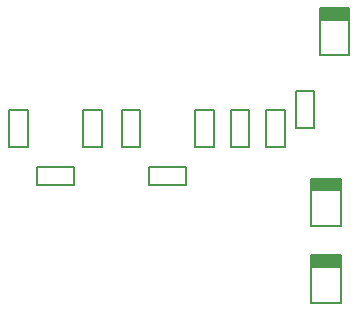
<source format=gbr>
%FSLAX34Y34*%
%MOMM*%
%LNSILK_BOTTOM*%
G71*
G01*
%ADD10C,0.150*%
%ADD11C,0.100*%
%LPD*%
G54D10*
X99000Y-138000D02*
X99000Y-106800D01*
X83400Y-106800D01*
X83400Y-138000D01*
X99000Y-138000D01*
G54D10*
X161500Y-138000D02*
X161500Y-106800D01*
X145900Y-106800D01*
X145900Y-138000D01*
X161500Y-138000D01*
G54D10*
X194000Y-138000D02*
X194000Y-106800D01*
X178400Y-106800D01*
X178400Y-138000D01*
X194000Y-138000D01*
G54D10*
X256500Y-138000D02*
X256500Y-106800D01*
X240900Y-106800D01*
X240900Y-138000D01*
X256500Y-138000D01*
G54D10*
X137950Y-154800D02*
X106750Y-154800D01*
X106750Y-170400D01*
X137950Y-170400D01*
X137950Y-154800D01*
G54D10*
X232950Y-154800D02*
X201750Y-154800D01*
X201750Y-170400D01*
X232950Y-170400D01*
X232950Y-154800D01*
G54D10*
X286500Y-138000D02*
X286500Y-106800D01*
X270900Y-106800D01*
X270900Y-138000D01*
X286500Y-138000D01*
G54D10*
X316500Y-138000D02*
X316500Y-106800D01*
X300900Y-106800D01*
X300900Y-138000D01*
X316500Y-138000D01*
G54D10*
X339000Y-230000D02*
X339000Y-270000D01*
X364000Y-270000D01*
X364000Y-230000D01*
X339000Y-230000D01*
G36*
X339000Y-230000D02*
X364000Y-230000D01*
X364000Y-240000D01*
X339000Y-240000D01*
X339000Y-230000D01*
G37*
G54D11*
X339000Y-230000D02*
X364000Y-230000D01*
X364000Y-240000D01*
X339000Y-240000D01*
X339000Y-230000D01*
G54D10*
X339000Y-165000D02*
X339000Y-205000D01*
X364000Y-205000D01*
X364000Y-165000D01*
X339000Y-165000D01*
G36*
X339000Y-165000D02*
X364000Y-165000D01*
X364000Y-175000D01*
X339000Y-175000D01*
X339000Y-165000D01*
G37*
G54D11*
X339000Y-165000D02*
X364000Y-165000D01*
X364000Y-175000D01*
X339000Y-175000D01*
X339000Y-165000D01*
G54D10*
X341500Y-122000D02*
X341500Y-90800D01*
X325900Y-90800D01*
X325900Y-122000D01*
X341500Y-122000D01*
G54D10*
X346144Y-20538D02*
X346144Y-60538D01*
X371144Y-60538D01*
X371144Y-20538D01*
X346144Y-20538D01*
G36*
X346144Y-20538D02*
X371144Y-20538D01*
X371144Y-30538D01*
X346144Y-30538D01*
X346144Y-20538D01*
G37*
G54D11*
X346144Y-20538D02*
X371144Y-20538D01*
X371144Y-30538D01*
X346144Y-30538D01*
X346144Y-20538D01*
M02*

</source>
